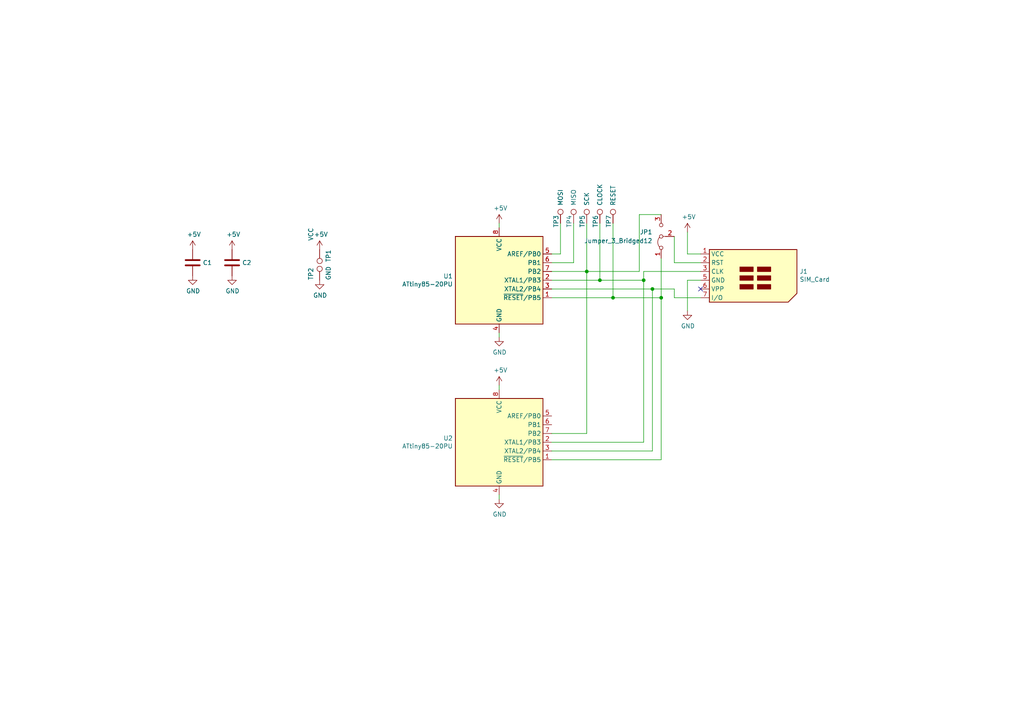
<source format=kicad_sch>
(kicad_sch (version 20211123) (generator eeschema)
  (paper "A4")
  (title_block (title "C-Netz SIM emulator") (date "2022-06-01") (rev "2.0") (company "Jolly"))
  (lib_symbols
    (symbol "Jumper:Jumper_3_Bridged12" (pin_names (offset 0) hide)
      (property "Reference" "JP" (at -2.54 -2.54 0))
      (property "Value" "Jumper_3_Bridged12" (at 0 2.794 0))
      (symbol "Jumper_3_Bridged12_0_0"
        (circle (center -3.302 0) (radius 0.508))
        (circle (center 0 0) (radius 0.508))
        (circle (center 3.302 0) (radius 0.508))
      )
      (symbol "Jumper_3_Bridged12_0_1"
        (arc (start -0.254 0.508) (mid -1.651 0.9912) (end -3.048 0.508))
        (polyline (pts (xy 0 -1.27) (xy 0 -0.508)))
      )
      (symbol "Jumper_3_Bridged12_1_1"
        (pin passive line (at -6.35 0 0) (length 2.54) (name "A") (number "1"))
        (pin passive line (at 0 -3.81 90) (length 2.54) (name "C") (number "2"))
        (pin passive line (at 6.35 0 180) (length 2.54) (name "B") (number "3"))
      )
    )
    (symbol "simkarte-rescue:+5V-power" (power) (pin_names (offset 0))
      (property "Value" "+5V-power" (at 0 3.556 0))
      (symbol "+5V-power_0_1"
        (polyline (pts (xy -0.762 1.27) (xy 0 2.54)))
        (polyline (pts (xy 0 0) (xy 0 2.54)))
        (polyline (pts (xy 0 2.54) (xy 0.762 1.27)))
      )
      (symbol "+5V-power_1_1"
        (pin power_in line (at 0 0 90) (length 0) hide (name "+5V") (number "1"))
      )
    )
    (symbol "simkarte-rescue:ATtiny85-20PU-MCU_Microchip_ATtiny"
      (property "Reference" "U" (at -12.7 13.97 0))
      (property "Value" "ATtiny85-20PU-MCU_Microchip_ATtiny" (at 2.54 -13.97 0))
      (symbol "ATtiny85-20PU-MCU_Microchip_ATtiny_0_1"
        (rectangle (start -12.7 -12.7) (end 12.7 12.7) (stroke (width 0.254)) (fill (type background)))
      )
      (symbol "ATtiny85-20PU-MCU_Microchip_ATtiny_1_1"
        (pin bidirectional line (at 15.24 -5.08 180) (length 2.54) (name "~{RESET}/PB5") (number "1"))
        (pin bidirectional line (at 15.24 0 180) (length 2.54) (name "XTAL1/PB3") (number "2"))
        (pin bidirectional line (at 15.24 -2.54 180) (length 2.54) (name "XTAL2/PB4") (number "3"))
        (pin power_in line (at 0 -15.24 90) (length 2.54) (name "GND") (number "4"))
        (pin bidirectional line (at 15.24 7.62 180) (length 2.54) (name "AREF/PB0") (number "5"))
        (pin bidirectional line (at 15.24 5.08 180) (length 2.54) (name "PB1") (number "6"))
        (pin bidirectional line (at 15.24 2.54 180) (length 2.54) (name "PB2") (number "7"))
        (pin power_in line (at 0 15.24 270) (length 2.54) (name "VCC") (number "8"))
      )
    )
    (symbol "simkarte-rescue:C-Device" (pin_numbers hide) (pin_names (offset 0.254))
      (property "Reference" "C" (at 0.635 2.54 0))
      (property "Value" "C-Device" (at 0.635 -2.54 0))
      (symbol "C-Device_0_1"
        (polyline (pts (xy -2.032 -0.762) (xy 2.032 -0.762)) (stroke (width 0.508)))
        (polyline (pts (xy -2.032 0.762) (xy 2.032 0.762)) (stroke (width 0.508)))
      )
      (symbol "C-Device_1_1"
        (pin passive line (at 0 3.81 270) (length 2.794) (name "~") (number "1"))
        (pin passive line (at 0 -3.81 90) (length 2.794) (name "~") (number "2"))
      )
    )
    (symbol "simkarte-rescue:GND-power" (power) (pin_names (offset 0))
      (property "Value" "GND-power" (at 0 -3.81 0))
      (symbol "GND-power_0_1"
        (polyline (pts (xy 0 0) (xy 0 -1.27) (xy 1.27 -1.27) (xy 0 -2.54) (xy -1.27 -1.27) (xy 0 -1.27)))
      )
      (symbol "GND-power_1_1"
        (pin power_in line (at 0 0 270) (length 0) hide (name "GND") (number "1"))
      )
    )
    (symbol "simkarte-rescue:SIM_Card-Connector"
      (property "Reference" "J" (at -2.54 12.7 0))
      (property "Value" "SIM_Card-Connector" (at -1.27 10.16 0))
      (symbol "SIM_Card-Connector_0_1"
        (rectangle (start -1.27 -2.54) (end 2.54 -1.27) (stroke (width 0.254)) (fill (type outline)))
        (rectangle (start -1.27 0) (end 2.54 1.27) (stroke (width 0.254)) (fill (type outline)))
        (rectangle (start -1.27 2.54) (end 2.54 3.81) (stroke (width 0.254)) (fill (type outline)))
        (polyline (pts (xy -10.16 8.89) (xy 15.24 8.89) (xy 15.24 -3.81) (xy 12.7 -6.35) (xy -10.16 -6.35) (xy -10.16 8.89)) (stroke (width 0.254)) (fill (type background)))
        (rectangle (start 3.81 -1.27) (end 7.62 -2.54) (stroke (width 0.254)) (fill (type outline)))
        (rectangle (start 3.81 0) (end 7.62 1.27) (stroke (width 0.254)) (fill (type outline)))
        (rectangle (start 3.81 2.54) (end 7.62 3.81) (stroke (width 0.254)) (fill (type outline)))
      )
      (symbol "SIM_Card-Connector_1_1"
        (pin power_in line (at -12.7 7.62 0) (length 2.54) (name "VCC") (number "1"))
        (pin input line (at -12.7 5.08 0) (length 2.54) (name "RST") (number "2"))
        (pin input line (at -12.7 2.54 0) (length 2.54) (name "CLK") (number "3"))
        (pin power_in line (at -12.7 0 0) (length 2.54) (name "GND") (number "5"))
        (pin input line (at -12.7 -2.54 0) (length 2.54) (name "VPP") (number "6"))
        (pin bidirectional line (at -12.7 -5.08 0) (length 2.54) (name "I/O") (number "7"))
      )
    )
    (symbol "simkarte-rescue:TestPoint-Connector" (pin_numbers hide) (pin_names (offset 0.762) hide)
      (property "Reference" "TP" (at 0 6.858 0))
      (property "Value" "TestPoint-Connector" (at 0 5.08 0))
      (symbol "TestPoint-Connector_0_1"
        (circle (center 0 3.302) (radius 0.762))
      )
      (symbol "TestPoint-Connector_1_1"
        (pin passive line (at 0 0 90) (length 2.54) (name "1") (number "1"))
      )
    )
  )
  (junction (at 177.8 86.36))
  (junction (at 189.23 83.82))
  (junction (at 173.99 81.28))
  (junction (at 186.69 81.28))
  (junction (at 170.18 78.74))
  (junction (at 191.77 86.36))
  (no_connect (at 203.2 83.82))
  (wire (pts (xy 162.56 73.66) (xy 162.56 64.77)))
  (wire (pts (xy 144.78 64.77) (xy 144.78 66.04)))
  (wire (pts (xy 189.23 83.82) (xy 189.23 130.81)))
  (wire (pts (xy 160.02 78.74) (xy 170.18 78.74)))
  (wire (pts (xy 186.69 81.28) (xy 186.69 128.27)))
  (wire (pts (xy 144.78 111.76) (xy 144.78 113.03)))
  (wire (pts (xy 186.69 78.74) (xy 186.69 81.28)))
  (wire (pts (xy 203.2 73.66) (xy 199.39 73.66)))
  (wire (pts (xy 166.37 76.2) (xy 166.37 64.77)))
  (wire (pts (xy 160.02 76.2) (xy 166.37 76.2)))
  (wire (pts (xy 195.58 76.2) (xy 195.58 68.58)))
  (wire (pts (xy 195.58 86.36) (xy 203.2 86.36)))
  (wire (pts (xy 160.02 73.66) (xy 162.56 73.66)))
  (wire (pts (xy 185.42 62.23) (xy 191.77 62.23)))
  (wire (pts (xy 203.2 76.2) (xy 195.58 76.2)))
  (wire (pts (xy 160.02 128.27) (xy 186.69 128.27)))
  (wire (pts (xy 199.39 67.31) (xy 199.39 73.66)))
  (wire (pts (xy 160.02 133.35) (xy 191.77 133.35)))
  (wire (pts (xy 173.99 81.28) (xy 186.69 81.28)))
  (wire (pts (xy 170.18 78.74) (xy 170.18 125.73)))
  (wire (pts (xy 189.23 83.82) (xy 195.58 83.82)))
  (wire (pts (xy 177.8 86.36) (xy 191.77 86.36)))
  (wire (pts (xy 191.77 86.36) (xy 191.77 133.35)))
  (wire (pts (xy 191.77 74.93) (xy 191.77 86.36)))
  (wire (pts (xy 160.02 86.36) (xy 177.8 86.36)))
  (wire (pts (xy 144.78 96.52) (xy 144.78 97.79)))
  (wire (pts (xy 203.2 81.28) (xy 199.39 81.28)))
  (wire (pts (xy 177.8 86.36) (xy 177.8 64.77)))
  (wire (pts (xy 144.78 143.51) (xy 144.78 144.78)))
  (wire (pts (xy 160.02 130.81) (xy 189.23 130.81)))
  (wire (pts (xy 160.02 83.82) (xy 189.23 83.82)))
  (wire (pts (xy 173.99 81.28) (xy 173.99 64.77)))
  (wire (pts (xy 199.39 81.28) (xy 199.39 90.17)))
  (wire (pts (xy 203.2 78.74) (xy 186.69 78.74)))
  (wire (pts (xy 195.58 83.82) (xy 195.58 86.36)))
  (wire (pts (xy 170.18 78.74) (xy 170.18 64.77)))
  (wire (pts (xy 185.42 62.23) (xy 185.42 78.74)))
  (wire (pts (xy 170.18 78.74) (xy 185.42 78.74)))
  (wire (pts (xy 170.18 125.73) (xy 160.02 125.73)))
  (wire (pts (xy 160.02 81.28) (xy 173.99 81.28)))
  (symbol (lib_id "simkarte-rescue:ATtiny85-20PU-MCU_Microchip_ATtiny") (at 144.78 128.27 0) (unit 1)
    (property "Reference" "U2" (at 131.3434 127.1016 0) (effects (justify right)))
    (property "Value" "ATtiny85-20PU" (at 131.3434 129.413 0) (effects (justify right)))
    (property "Footprint" "Package_DIP:DIP-8_W7.62mm_Socket" (effects hide))
    (property "Datasheet" "http://ww1.microchip.com/downloads/en/DeviceDoc/atmel-2586-avr-8-bit-microcontroller-attiny25-attiny45-attiny85_datasheet.pdf" (effects hide))
  )
  (symbol (lib_id "simkarte-rescue:SIM_Card-Connector") (at 215.9 81.28 0) (unit 1)
    (property "Reference" "J1" (at 231.902 78.74 0) (effects (justify left)))
    (property "Value" "SIM_Card" (at 231.902 81.0514 0) (effects (justify left)))
    (property "Footprint" "simkarte:SIM-Pads" (effects hide))
    (property "Datasheet" " ~" (effects hide))
  )
  (symbol (lib_id "simkarte-rescue:ATtiny85-20PU-MCU_Microchip_ATtiny") (at 144.78 81.28 0) (unit 1)
    (property "Reference" "U1" (at 131.3434 80.1116 0) (effects (justify right)))
    (property "Value" "ATtiny85-20PU" (at 131.3434 82.423 0) (effects (justify right)))
    (property "Footprint" "simkarte:SO-8_falschrum" (effects hide))
    (property "Datasheet" "http://ww1.microchip.com/downloads/en/DeviceDoc/atmel-2586-avr-8-bit-microcontroller-attiny25-attiny45-attiny85_datasheet.pdf" (effects hide))
  )
  (symbol (lib_id "simkarte-rescue:+5V-power") (at 144.78 64.77 0) (unit 1)
    (property "Reference" "#PWR0101" (effects hide))
    (property "Value" "+5V" (at 145.161 60.3758 0))
  )
  (symbol (lib_id "simkarte-rescue:GND-power") (at 144.78 97.79 0) (unit 1)
    (property "Reference" "#PWR0102" (effects hide))
    (property "Value" "GND" (at 144.907 102.1842 0))
  )
  (symbol (lib_id "simkarte-rescue:+5V-power") (at 144.78 111.76 0) (unit 1)
    (property "Reference" "#PWR0103" (effects hide))
    (property "Value" "+5V" (at 145.161 107.3658 0))
  )
  (symbol (lib_id "simkarte-rescue:GND-power") (at 144.78 144.78 0) (unit 1)
    (property "Reference" "#PWR0104" (effects hide))
    (property "Value" "GND" (at 144.907 149.1742 0))
  )
  (symbol (lib_id "simkarte-rescue:+5V-power") (at 199.39 67.31 0) (unit 1)
    (property "Reference" "#PWR0105" (effects hide))
    (property "Value" "+5V" (at 199.771 62.9158 0))
  )
  (symbol (lib_id "simkarte-rescue:GND-power") (at 199.39 90.17 0) (unit 1)
    (property "Reference" "#PWR0106" (effects hide))
    (property "Value" "GND" (at 199.517 94.5642 0))
  )
  (symbol (lib_id "simkarte-rescue:TestPoint-Connector") (at 162.56 64.77 0) (unit 1)
    (property "Reference" "TP3" (at 161.29 66.04 90) (effects (justify left)))
    (property "Value" "MOSI" (at 162.56 59.69 90) (effects (justify left)))
    (property "Footprint" "simkarte:tp_for_sim" (effects hide))
  )
  (symbol (lib_id "simkarte-rescue:TestPoint-Connector") (at 166.37 64.77 0) (unit 1)
    (property "Reference" "TP4" (at 165.1 66.04 90) (effects (justify left)))
    (property "Value" "MISO" (at 166.37 59.69 90) (effects (justify left)))
    (property "Footprint" "simkarte:tp_for_sim" (effects hide))
  )
  (symbol (lib_id "simkarte-rescue:TestPoint-Connector") (at 170.18 64.77 0) (unit 1)
    (property "Reference" "TP5" (at 168.91 66.04 90) (effects (justify left)))
    (property "Value" "SCK" (at 170.18 59.69 90) (effects (justify left)))
    (property "Footprint" "simkarte:tp_for_sim" (effects hide))
  )
  (symbol (lib_id "simkarte-rescue:TestPoint-Connector") (at 173.99 64.77 0) (unit 1)
    (property "Reference" "TP6" (at 172.72 66.04 90) (effects (justify left)))
    (property "Value" "CLOCK" (at 173.99 59.69 90) (effects (justify left)))
    (property "Footprint" "simkarte:tp_for_sim" (effects hide))
  )
  (symbol (lib_id "simkarte-rescue:TestPoint-Connector") (at 177.8 64.77 0) (unit 1)
    (property "Reference" "TP7" (at 176.53 66.04 90) (effects (justify left)))
    (property "Value" "RESET" (at 177.8 59.69 90) (effects (justify left)))
    (property "Footprint" "simkarte:tp_for_sim" (effects hide))
  )
  (symbol (lib_id "simkarte-rescue:TestPoint-Connector") (at 92.71 81.28 0) (unit 1)
    (property "Reference" "TP2" (at 90.17 81.28 90) (effects (justify left)))
    (property "Value" "GND" (at 95.25 81.28 90) (effects (justify left)))
    (property "Footprint" "simkarte:tp_for_sim" (effects hide))
  )
  (symbol (lib_id "simkarte-rescue:TestPoint-Connector") (at 92.71 72.39 180) (unit 1)
    (property "Reference" "TP1" (at 95.25 72.39 90) (effects (justify left)))
    (property "Value" "VCC" (at 90.17 66.04 90) (effects (justify left)))
    (property "Footprint" "simkarte:tp_for_sim" (effects hide))
  )
  (symbol (lib_id "simkarte-rescue:+5V-power") (at 92.71 72.39 0) (unit 1)
    (property "Reference" "#PWR0107" (effects hide))
    (property "Value" "+5V" (at 93.091 67.9958 0))
  )
  (symbol (lib_id "simkarte-rescue:GND-power") (at 92.71 81.28 0) (unit 1)
    (property "Reference" "#PWR0108" (effects hide))
    (property "Value" "GND" (at 92.837 85.6742 0))
  )
  (symbol (lib_id "simkarte-rescue:C-Device") (at 55.88 76.2 0) (unit 1)
    (property "Reference" "C1" (at 58.801 76.2 0) (effects (justify left)))
    (property "Value" "C" (effects hide))
    (property "Footprint" "Capacitor_SMD:C_0603_1608Metric" (effects hide))
  )
  (symbol (lib_id "simkarte-rescue:+5V-power") (at 55.88 72.39 0) (unit 1)
    (property "Reference" "#PWR0109" (effects hide))
    (property "Value" "+5V" (at 56.261 67.9958 0))
  )
  (symbol (lib_id "simkarte-rescue:GND-power") (at 55.88 80.01 0) (unit 1)
    (property "Reference" "#PWR0110" (effects hide))
    (property "Value" "GND" (at 56.007 84.4042 0))
  )
  (symbol (lib_id "simkarte-rescue:C-Device") (at 67.31 76.2 0) (unit 1)
    (property "Reference" "C2" (at 70.231 76.2 0) (effects (justify left)))
    (property "Value" "C" (effects hide))
    (property "Footprint" "Capacitor_SMD:C_0603_1608Metric" (effects hide))
  )
  (symbol (lib_id "simkarte-rescue:+5V-power") (at 67.31 72.39 0) (unit 1)
    (property "Reference" "#PWR0111" (effects hide))
    (property "Value" "+5V" (at 67.691 67.9958 0))
  )
  (symbol (lib_id "simkarte-rescue:GND-power") (at 67.31 80.01 0) (unit 1)
    (property "Reference" "#PWR0112" (effects hide))
    (property "Value" "GND" (at 67.437 84.4042 0))
  )
  (symbol (lib_id "Jumper:Jumper_3_Bridged12") (at 191.77 68.58 90) (unit 1)
    (property "Reference" "JP1" (at 189.23 67.3099 90) (effects (justify left)))
    (property "Value" "Jumper_3_Bridged12" (at 189.23 69.8499 90) (effects (justify left)))
    (property "Footprint" "Jumper:SolderJumper-3_P1.3mm_Bridged12_RoundedPad1.0x1.5mm_NumberLabels" (effects hide))
  )
)
</source>
